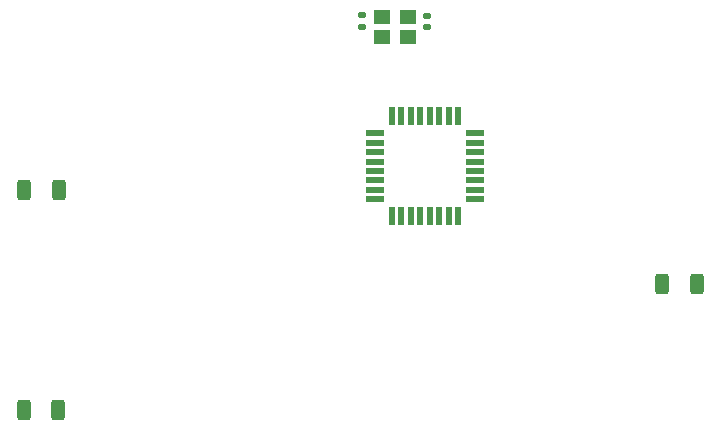
<source format=gbr>
%TF.GenerationSoftware,KiCad,Pcbnew,6.0.11-2627ca5db0~126~ubuntu22.04.1*%
%TF.CreationDate,2023-04-06T15:07:13+02:00*%
%TF.ProjectId,Subductor_carte_commande,53756264-7563-4746-9f72-5f6361727465,rev?*%
%TF.SameCoordinates,Original*%
%TF.FileFunction,Paste,Top*%
%TF.FilePolarity,Positive*%
%FSLAX46Y46*%
G04 Gerber Fmt 4.6, Leading zero omitted, Abs format (unit mm)*
G04 Created by KiCad (PCBNEW 6.0.11-2627ca5db0~126~ubuntu22.04.1) date 2023-04-06 15:07:13*
%MOMM*%
%LPD*%
G01*
G04 APERTURE LIST*
G04 Aperture macros list*
%AMRoundRect*
0 Rectangle with rounded corners*
0 $1 Rounding radius*
0 $2 $3 $4 $5 $6 $7 $8 $9 X,Y pos of 4 corners*
0 Add a 4 corners polygon primitive as box body*
4,1,4,$2,$3,$4,$5,$6,$7,$8,$9,$2,$3,0*
0 Add four circle primitives for the rounded corners*
1,1,$1+$1,$2,$3*
1,1,$1+$1,$4,$5*
1,1,$1+$1,$6,$7*
1,1,$1+$1,$8,$9*
0 Add four rect primitives between the rounded corners*
20,1,$1+$1,$2,$3,$4,$5,0*
20,1,$1+$1,$4,$5,$6,$7,0*
20,1,$1+$1,$6,$7,$8,$9,0*
20,1,$1+$1,$8,$9,$2,$3,0*%
G04 Aperture macros list end*
%ADD10RoundRect,0.140000X-0.170000X0.140000X-0.170000X-0.140000X0.170000X-0.140000X0.170000X0.140000X0*%
%ADD11RoundRect,0.250000X-0.312500X-0.625000X0.312500X-0.625000X0.312500X0.625000X-0.312500X0.625000X0*%
%ADD12R,0.550000X1.600000*%
%ADD13R,1.600000X0.550000*%
%ADD14RoundRect,0.250000X0.312500X0.625000X-0.312500X0.625000X-0.312500X-0.625000X0.312500X-0.625000X0*%
%ADD15R,1.400000X1.200000*%
G04 APERTURE END LIST*
D10*
%TO.C,C4*%
X72175000Y-64725000D03*
X72175000Y-65685000D03*
%TD*%
D11*
%TO.C,R2*%
X43537500Y-98170000D03*
X46462500Y-98170000D03*
%TD*%
D12*
%TO.C,uC1*%
X80300000Y-73250000D03*
X79500000Y-73250000D03*
X78700000Y-73250000D03*
X77900000Y-73250000D03*
X77100000Y-73250000D03*
X76300000Y-73250000D03*
X75500000Y-73250000D03*
X74700000Y-73250000D03*
D13*
X73250000Y-74700000D03*
X73250000Y-75500000D03*
X73250000Y-76300000D03*
X73250000Y-77100000D03*
X73250000Y-77900000D03*
X73250000Y-78700000D03*
X73250000Y-79500000D03*
X73250000Y-80300000D03*
D12*
X74700000Y-81750000D03*
X75500000Y-81750000D03*
X76300000Y-81750000D03*
X77100000Y-81750000D03*
X77900000Y-81750000D03*
X78700000Y-81750000D03*
X79500000Y-81750000D03*
X80300000Y-81750000D03*
D13*
X81750000Y-80300000D03*
X81750000Y-79500000D03*
X81750000Y-78700000D03*
X81750000Y-77900000D03*
X81750000Y-77100000D03*
X81750000Y-76300000D03*
X81750000Y-75500000D03*
X81750000Y-74700000D03*
%TD*%
D10*
%TO.C,C3*%
X77675000Y-64745000D03*
X77675000Y-65705000D03*
%TD*%
D14*
%TO.C,R13*%
X100500000Y-87500000D03*
X97575000Y-87500000D03*
%TD*%
D15*
%TO.C,Y1*%
X76025000Y-64875000D03*
X73825000Y-64875000D03*
X73825000Y-66575000D03*
X76025000Y-66575000D03*
%TD*%
D11*
%TO.C,R1*%
X43575000Y-79500000D03*
X46500000Y-79500000D03*
%TD*%
M02*

</source>
